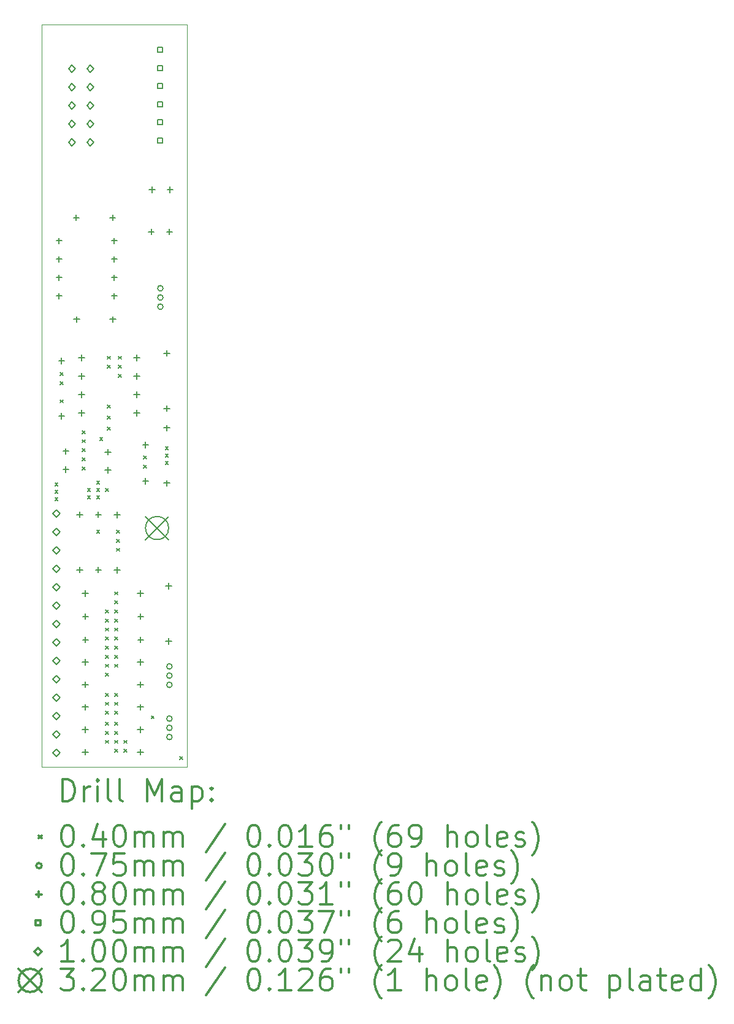
<source format=gbr>
%FSLAX45Y45*%
G04 Gerber Fmt 4.5, Leading zero omitted, Abs format (unit mm)*
G04 Created by KiCad (PCBNEW 5.1.9+dfsg1-1~bpo10+1) date 2022-01-20 02:52:55*
%MOMM*%
%LPD*%
G01*
G04 APERTURE LIST*
%TA.AperFunction,Profile*%
%ADD10C,0.050000*%
%TD*%
%ADD11C,0.200000*%
%ADD12C,0.300000*%
G04 APERTURE END LIST*
D10*
X13500000Y-15550000D02*
X13500000Y-5300000D01*
X15500000Y-15550000D02*
X13500000Y-15550000D01*
X15500000Y-5300000D02*
X15500000Y-15550000D01*
X13500000Y-5300000D02*
X15500000Y-5300000D01*
D11*
X13680000Y-11630000D02*
X13720000Y-11670000D01*
X13720000Y-11630000D02*
X13680000Y-11670000D01*
X13680000Y-11730000D02*
X13720000Y-11770000D01*
X13720000Y-11730000D02*
X13680000Y-11770000D01*
X13680000Y-11830000D02*
X13720000Y-11870000D01*
X13720000Y-11830000D02*
X13680000Y-11870000D01*
X13755000Y-10105000D02*
X13795000Y-10145000D01*
X13795000Y-10105000D02*
X13755000Y-10145000D01*
X13755000Y-10230000D02*
X13795000Y-10270000D01*
X13795000Y-10230000D02*
X13755000Y-10270000D01*
X13755000Y-10480000D02*
X13795000Y-10520000D01*
X13795000Y-10480000D02*
X13755000Y-10520000D01*
X14055000Y-10905000D02*
X14095000Y-10945000D01*
X14095000Y-10905000D02*
X14055000Y-10945000D01*
X14055000Y-11030000D02*
X14095000Y-11070000D01*
X14095000Y-11030000D02*
X14055000Y-11070000D01*
X14055000Y-11155000D02*
X14095000Y-11195000D01*
X14095000Y-11155000D02*
X14055000Y-11195000D01*
X14055000Y-11280000D02*
X14095000Y-11320000D01*
X14095000Y-11280000D02*
X14055000Y-11320000D01*
X14055000Y-11405000D02*
X14095000Y-11445000D01*
X14095000Y-11405000D02*
X14055000Y-11445000D01*
X14130000Y-11705000D02*
X14170000Y-11745000D01*
X14170000Y-11705000D02*
X14130000Y-11745000D01*
X14130000Y-11805000D02*
X14170000Y-11845000D01*
X14170000Y-11805000D02*
X14130000Y-11845000D01*
X14255000Y-11605000D02*
X14295000Y-11645000D01*
X14295000Y-11605000D02*
X14255000Y-11645000D01*
X14255000Y-11705000D02*
X14295000Y-11745000D01*
X14295000Y-11705000D02*
X14255000Y-11745000D01*
X14255000Y-11805000D02*
X14295000Y-11845000D01*
X14295000Y-11805000D02*
X14255000Y-11845000D01*
X14255000Y-12280000D02*
X14295000Y-12320000D01*
X14295000Y-12280000D02*
X14255000Y-12320000D01*
X14299000Y-10999000D02*
X14339000Y-11039000D01*
X14339000Y-10999000D02*
X14299000Y-11039000D01*
X14380000Y-11705000D02*
X14420000Y-11745000D01*
X14420000Y-11705000D02*
X14380000Y-11745000D01*
X14380000Y-13380000D02*
X14420000Y-13420000D01*
X14420000Y-13380000D02*
X14380000Y-13420000D01*
X14380000Y-13505000D02*
X14420000Y-13545000D01*
X14420000Y-13505000D02*
X14380000Y-13545000D01*
X14380000Y-13630000D02*
X14420000Y-13670000D01*
X14420000Y-13630000D02*
X14380000Y-13670000D01*
X14380000Y-13755000D02*
X14420000Y-13795000D01*
X14420000Y-13755000D02*
X14380000Y-13795000D01*
X14380000Y-13880000D02*
X14420000Y-13920000D01*
X14420000Y-13880000D02*
X14380000Y-13920000D01*
X14380000Y-14005000D02*
X14420000Y-14045000D01*
X14420000Y-14005000D02*
X14380000Y-14045000D01*
X14380000Y-14130000D02*
X14420000Y-14170000D01*
X14420000Y-14130000D02*
X14380000Y-14170000D01*
X14380000Y-14255000D02*
X14420000Y-14295000D01*
X14420000Y-14255000D02*
X14380000Y-14295000D01*
X14380000Y-14530000D02*
X14420000Y-14570000D01*
X14420000Y-14530000D02*
X14380000Y-14570000D01*
X14380000Y-14655000D02*
X14420000Y-14695000D01*
X14420000Y-14655000D02*
X14380000Y-14695000D01*
X14380000Y-14780000D02*
X14420000Y-14820000D01*
X14420000Y-14780000D02*
X14380000Y-14820000D01*
X14380000Y-14930000D02*
X14420000Y-14970000D01*
X14420000Y-14930000D02*
X14380000Y-14970000D01*
X14380000Y-15055000D02*
X14420000Y-15095000D01*
X14420000Y-15055000D02*
X14380000Y-15095000D01*
X14380000Y-15180000D02*
X14420000Y-15220000D01*
X14420000Y-15180000D02*
X14380000Y-15220000D01*
X14405000Y-9880000D02*
X14445000Y-9920000D01*
X14445000Y-9880000D02*
X14405000Y-9920000D01*
X14405000Y-10005000D02*
X14445000Y-10045000D01*
X14445000Y-10005000D02*
X14405000Y-10045000D01*
X14405000Y-10555000D02*
X14445000Y-10595000D01*
X14445000Y-10555000D02*
X14405000Y-10595000D01*
X14405000Y-10705000D02*
X14445000Y-10745000D01*
X14445000Y-10705000D02*
X14405000Y-10745000D01*
X14405000Y-10855000D02*
X14445000Y-10895000D01*
X14445000Y-10855000D02*
X14405000Y-10895000D01*
X14505000Y-13130000D02*
X14545000Y-13170000D01*
X14545000Y-13130000D02*
X14505000Y-13170000D01*
X14505000Y-13255000D02*
X14545000Y-13295000D01*
X14545000Y-13255000D02*
X14505000Y-13295000D01*
X14505000Y-13380000D02*
X14545000Y-13420000D01*
X14545000Y-13380000D02*
X14505000Y-13420000D01*
X14505000Y-13505000D02*
X14545000Y-13545000D01*
X14545000Y-13505000D02*
X14505000Y-13545000D01*
X14505000Y-13630000D02*
X14545000Y-13670000D01*
X14545000Y-13630000D02*
X14505000Y-13670000D01*
X14505000Y-13755000D02*
X14545000Y-13795000D01*
X14545000Y-13755000D02*
X14505000Y-13795000D01*
X14505000Y-13880000D02*
X14545000Y-13920000D01*
X14545000Y-13880000D02*
X14505000Y-13920000D01*
X14505000Y-14005000D02*
X14545000Y-14045000D01*
X14545000Y-14005000D02*
X14505000Y-14045000D01*
X14505000Y-14130000D02*
X14545000Y-14170000D01*
X14545000Y-14130000D02*
X14505000Y-14170000D01*
X14505000Y-14530000D02*
X14545000Y-14570000D01*
X14545000Y-14530000D02*
X14505000Y-14570000D01*
X14505000Y-14655000D02*
X14545000Y-14695000D01*
X14545000Y-14655000D02*
X14505000Y-14695000D01*
X14505000Y-14780000D02*
X14545000Y-14820000D01*
X14545000Y-14780000D02*
X14505000Y-14820000D01*
X14505000Y-14930000D02*
X14545000Y-14970000D01*
X14545000Y-14930000D02*
X14505000Y-14970000D01*
X14505000Y-15055000D02*
X14545000Y-15095000D01*
X14545000Y-15055000D02*
X14505000Y-15095000D01*
X14505000Y-15180000D02*
X14545000Y-15220000D01*
X14545000Y-15180000D02*
X14505000Y-15220000D01*
X14505000Y-15305000D02*
X14545000Y-15345000D01*
X14545000Y-15305000D02*
X14505000Y-15345000D01*
X14530000Y-12280000D02*
X14570000Y-12320000D01*
X14570000Y-12280000D02*
X14530000Y-12320000D01*
X14530000Y-12405000D02*
X14570000Y-12445000D01*
X14570000Y-12405000D02*
X14530000Y-12445000D01*
X14530000Y-12530000D02*
X14570000Y-12570000D01*
X14570000Y-12530000D02*
X14530000Y-12570000D01*
X14555000Y-9880000D02*
X14595000Y-9920000D01*
X14595000Y-9880000D02*
X14555000Y-9920000D01*
X14555000Y-10005000D02*
X14595000Y-10045000D01*
X14595000Y-10005000D02*
X14555000Y-10045000D01*
X14555000Y-10130000D02*
X14595000Y-10170000D01*
X14595000Y-10130000D02*
X14555000Y-10170000D01*
X14630000Y-15180000D02*
X14670000Y-15220000D01*
X14670000Y-15180000D02*
X14630000Y-15220000D01*
X14630000Y-15305000D02*
X14670000Y-15345000D01*
X14670000Y-15305000D02*
X14630000Y-15345000D01*
X14905000Y-11255000D02*
X14945000Y-11295000D01*
X14945000Y-11255000D02*
X14905000Y-11295000D01*
X14905000Y-11380000D02*
X14945000Y-11420000D01*
X14945000Y-11380000D02*
X14905000Y-11420000D01*
X15010000Y-14840000D02*
X15050000Y-14880000D01*
X15050000Y-14840000D02*
X15010000Y-14880000D01*
X15205000Y-11130000D02*
X15245000Y-11170000D01*
X15245000Y-11130000D02*
X15205000Y-11170000D01*
X15205000Y-11230000D02*
X15245000Y-11270000D01*
X15245000Y-11230000D02*
X15205000Y-11270000D01*
X15205000Y-11330000D02*
X15245000Y-11370000D01*
X15245000Y-11330000D02*
X15205000Y-11370000D01*
X15405000Y-15405000D02*
X15445000Y-15445000D01*
X15445000Y-15405000D02*
X15405000Y-15445000D01*
X15172500Y-8941000D02*
G75*
G03*
X15172500Y-8941000I-37500J0D01*
G01*
X15172500Y-9068000D02*
G75*
G03*
X15172500Y-9068000I-37500J0D01*
G01*
X15172500Y-9195000D02*
G75*
G03*
X15172500Y-9195000I-37500J0D01*
G01*
X15297500Y-14160000D02*
G75*
G03*
X15297500Y-14160000I-37500J0D01*
G01*
X15297500Y-14287000D02*
G75*
G03*
X15297500Y-14287000I-37500J0D01*
G01*
X15297500Y-14414000D02*
G75*
G03*
X15297500Y-14414000I-37500J0D01*
G01*
X15297500Y-14880000D02*
G75*
G03*
X15297500Y-14880000I-37500J0D01*
G01*
X15297500Y-15007000D02*
G75*
G03*
X15297500Y-15007000I-37500J0D01*
G01*
X15297500Y-15134000D02*
G75*
G03*
X15297500Y-15134000I-37500J0D01*
G01*
X13738000Y-8245000D02*
X13738000Y-8325000D01*
X13698000Y-8285000D02*
X13778000Y-8285000D01*
X13738000Y-8499000D02*
X13738000Y-8579000D01*
X13698000Y-8539000D02*
X13778000Y-8539000D01*
X13738000Y-8753000D02*
X13738000Y-8833000D01*
X13698000Y-8793000D02*
X13778000Y-8793000D01*
X13738000Y-9007000D02*
X13738000Y-9087000D01*
X13698000Y-9047000D02*
X13778000Y-9047000D01*
X13770000Y-9900000D02*
X13770000Y-9980000D01*
X13730000Y-9940000D02*
X13810000Y-9940000D01*
X13770000Y-10662000D02*
X13770000Y-10742000D01*
X13730000Y-10702000D02*
X13810000Y-10702000D01*
X13830000Y-11150000D02*
X13830000Y-11230000D01*
X13790000Y-11190000D02*
X13870000Y-11190000D01*
X13830000Y-11400000D02*
X13830000Y-11480000D01*
X13790000Y-11440000D02*
X13870000Y-11440000D01*
X13975000Y-7925000D02*
X13975000Y-8005000D01*
X13935000Y-7965000D02*
X14015000Y-7965000D01*
X13980000Y-9330000D02*
X13980000Y-9410000D01*
X13940000Y-9370000D02*
X14020000Y-9370000D01*
X14020000Y-12023000D02*
X14020000Y-12103000D01*
X13980000Y-12063000D02*
X14060000Y-12063000D01*
X14020000Y-12785000D02*
X14020000Y-12865000D01*
X13980000Y-12825000D02*
X14060000Y-12825000D01*
X14048000Y-9860000D02*
X14048000Y-9940000D01*
X14008000Y-9900000D02*
X14088000Y-9900000D01*
X14048000Y-10114000D02*
X14048000Y-10194000D01*
X14008000Y-10154000D02*
X14088000Y-10154000D01*
X14048000Y-10368000D02*
X14048000Y-10448000D01*
X14008000Y-10408000D02*
X14088000Y-10408000D01*
X14048000Y-10622000D02*
X14048000Y-10702000D01*
X14008000Y-10662000D02*
X14088000Y-10662000D01*
X14098000Y-13110000D02*
X14098000Y-13190000D01*
X14058000Y-13150000D02*
X14138000Y-13150000D01*
X14098000Y-14060000D02*
X14098000Y-14140000D01*
X14058000Y-14100000D02*
X14138000Y-14100000D01*
X14098000Y-14370000D02*
X14098000Y-14450000D01*
X14058000Y-14410000D02*
X14138000Y-14410000D01*
X14098000Y-14680000D02*
X14098000Y-14760000D01*
X14058000Y-14720000D02*
X14138000Y-14720000D01*
X14098000Y-14990000D02*
X14098000Y-15070000D01*
X14058000Y-15030000D02*
X14138000Y-15030000D01*
X14098000Y-15300000D02*
X14098000Y-15380000D01*
X14058000Y-15340000D02*
X14138000Y-15340000D01*
X14100000Y-13430000D02*
X14100000Y-13510000D01*
X14060000Y-13470000D02*
X14140000Y-13470000D01*
X14100000Y-13750000D02*
X14100000Y-13830000D01*
X14060000Y-13790000D02*
X14140000Y-13790000D01*
X14280000Y-12023000D02*
X14280000Y-12103000D01*
X14240000Y-12063000D02*
X14320000Y-12063000D01*
X14280000Y-12785000D02*
X14280000Y-12865000D01*
X14240000Y-12825000D02*
X14320000Y-12825000D01*
X14410000Y-11160000D02*
X14410000Y-11240000D01*
X14370000Y-11200000D02*
X14450000Y-11200000D01*
X14410000Y-11410000D02*
X14410000Y-11490000D01*
X14370000Y-11450000D02*
X14450000Y-11450000D01*
X14475000Y-7925000D02*
X14475000Y-8005000D01*
X14435000Y-7965000D02*
X14515000Y-7965000D01*
X14480000Y-9330000D02*
X14480000Y-9410000D01*
X14440000Y-9370000D02*
X14520000Y-9370000D01*
X14500000Y-8245000D02*
X14500000Y-8325000D01*
X14460000Y-8285000D02*
X14540000Y-8285000D01*
X14500000Y-8499000D02*
X14500000Y-8579000D01*
X14460000Y-8539000D02*
X14540000Y-8539000D01*
X14500000Y-8753000D02*
X14500000Y-8833000D01*
X14460000Y-8793000D02*
X14540000Y-8793000D01*
X14500000Y-9007000D02*
X14500000Y-9087000D01*
X14460000Y-9047000D02*
X14540000Y-9047000D01*
X14540000Y-12025000D02*
X14540000Y-12105000D01*
X14500000Y-12065000D02*
X14580000Y-12065000D01*
X14540000Y-12787000D02*
X14540000Y-12867000D01*
X14500000Y-12827000D02*
X14580000Y-12827000D01*
X14810000Y-9860000D02*
X14810000Y-9940000D01*
X14770000Y-9900000D02*
X14850000Y-9900000D01*
X14810000Y-10114000D02*
X14810000Y-10194000D01*
X14770000Y-10154000D02*
X14850000Y-10154000D01*
X14810000Y-10368000D02*
X14810000Y-10448000D01*
X14770000Y-10408000D02*
X14850000Y-10408000D01*
X14810000Y-10622000D02*
X14810000Y-10702000D01*
X14770000Y-10662000D02*
X14850000Y-10662000D01*
X14860000Y-13110000D02*
X14860000Y-13190000D01*
X14820000Y-13150000D02*
X14900000Y-13150000D01*
X14860000Y-14060000D02*
X14860000Y-14140000D01*
X14820000Y-14100000D02*
X14900000Y-14100000D01*
X14860000Y-14370000D02*
X14860000Y-14450000D01*
X14820000Y-14410000D02*
X14900000Y-14410000D01*
X14860000Y-14680000D02*
X14860000Y-14760000D01*
X14820000Y-14720000D02*
X14900000Y-14720000D01*
X14860000Y-14990000D02*
X14860000Y-15070000D01*
X14820000Y-15030000D02*
X14900000Y-15030000D01*
X14860000Y-15300000D02*
X14860000Y-15380000D01*
X14820000Y-15340000D02*
X14900000Y-15340000D01*
X14862000Y-13430000D02*
X14862000Y-13510000D01*
X14822000Y-13470000D02*
X14902000Y-13470000D01*
X14862000Y-13750000D02*
X14862000Y-13830000D01*
X14822000Y-13790000D02*
X14902000Y-13790000D01*
X14930000Y-11060000D02*
X14930000Y-11140000D01*
X14890000Y-11100000D02*
X14970000Y-11100000D01*
X14930000Y-11560000D02*
X14930000Y-11640000D01*
X14890000Y-11600000D02*
X14970000Y-11600000D01*
X15010000Y-8120000D02*
X15010000Y-8200000D01*
X14970000Y-8160000D02*
X15050000Y-8160000D01*
X15020000Y-7540000D02*
X15020000Y-7620000D01*
X14980000Y-7580000D02*
X15060000Y-7580000D01*
X15225000Y-9798000D02*
X15225000Y-9878000D01*
X15185000Y-9838000D02*
X15265000Y-9838000D01*
X15225000Y-10560000D02*
X15225000Y-10640000D01*
X15185000Y-10600000D02*
X15265000Y-10600000D01*
X15225000Y-10827500D02*
X15225000Y-10907500D01*
X15185000Y-10867500D02*
X15265000Y-10867500D01*
X15225000Y-11589500D02*
X15225000Y-11669500D01*
X15185000Y-11629500D02*
X15265000Y-11629500D01*
X15250000Y-13010000D02*
X15250000Y-13090000D01*
X15210000Y-13050000D02*
X15290000Y-13050000D01*
X15250000Y-13772000D02*
X15250000Y-13852000D01*
X15210000Y-13812000D02*
X15290000Y-13812000D01*
X15260000Y-8120000D02*
X15260000Y-8200000D01*
X15220000Y-8160000D02*
X15300000Y-8160000D01*
X15270000Y-7540000D02*
X15270000Y-7620000D01*
X15230000Y-7580000D02*
X15310000Y-7580000D01*
X15163588Y-5683588D02*
X15163588Y-5616412D01*
X15096412Y-5616412D01*
X15096412Y-5683588D01*
X15163588Y-5683588D01*
X15163588Y-5933588D02*
X15163588Y-5866412D01*
X15096412Y-5866412D01*
X15096412Y-5933588D01*
X15163588Y-5933588D01*
X15163588Y-6183588D02*
X15163588Y-6116412D01*
X15096412Y-6116412D01*
X15096412Y-6183588D01*
X15163588Y-6183588D01*
X15163588Y-6433588D02*
X15163588Y-6366412D01*
X15096412Y-6366412D01*
X15096412Y-6433588D01*
X15163588Y-6433588D01*
X15163588Y-6683588D02*
X15163588Y-6616412D01*
X15096412Y-6616412D01*
X15096412Y-6683588D01*
X15163588Y-6683588D01*
X15163588Y-6933588D02*
X15163588Y-6866412D01*
X15096412Y-6866412D01*
X15096412Y-6933588D01*
X15163588Y-6933588D01*
X13700000Y-12097000D02*
X13750000Y-12047000D01*
X13700000Y-11997000D01*
X13650000Y-12047000D01*
X13700000Y-12097000D01*
X13700000Y-12351000D02*
X13750000Y-12301000D01*
X13700000Y-12251000D01*
X13650000Y-12301000D01*
X13700000Y-12351000D01*
X13700000Y-12605000D02*
X13750000Y-12555000D01*
X13700000Y-12505000D01*
X13650000Y-12555000D01*
X13700000Y-12605000D01*
X13700000Y-12859000D02*
X13750000Y-12809000D01*
X13700000Y-12759000D01*
X13650000Y-12809000D01*
X13700000Y-12859000D01*
X13700000Y-13113000D02*
X13750000Y-13063000D01*
X13700000Y-13013000D01*
X13650000Y-13063000D01*
X13700000Y-13113000D01*
X13700000Y-13367000D02*
X13750000Y-13317000D01*
X13700000Y-13267000D01*
X13650000Y-13317000D01*
X13700000Y-13367000D01*
X13700000Y-13621000D02*
X13750000Y-13571000D01*
X13700000Y-13521000D01*
X13650000Y-13571000D01*
X13700000Y-13621000D01*
X13700000Y-13875000D02*
X13750000Y-13825000D01*
X13700000Y-13775000D01*
X13650000Y-13825000D01*
X13700000Y-13875000D01*
X13700000Y-14129000D02*
X13750000Y-14079000D01*
X13700000Y-14029000D01*
X13650000Y-14079000D01*
X13700000Y-14129000D01*
X13700000Y-14383000D02*
X13750000Y-14333000D01*
X13700000Y-14283000D01*
X13650000Y-14333000D01*
X13700000Y-14383000D01*
X13700000Y-14637000D02*
X13750000Y-14587000D01*
X13700000Y-14537000D01*
X13650000Y-14587000D01*
X13700000Y-14637000D01*
X13700000Y-14891000D02*
X13750000Y-14841000D01*
X13700000Y-14791000D01*
X13650000Y-14841000D01*
X13700000Y-14891000D01*
X13700000Y-15145000D02*
X13750000Y-15095000D01*
X13700000Y-15045000D01*
X13650000Y-15095000D01*
X13700000Y-15145000D01*
X13700000Y-15399000D02*
X13750000Y-15349000D01*
X13700000Y-15299000D01*
X13650000Y-15349000D01*
X13700000Y-15399000D01*
X13916000Y-5960000D02*
X13966000Y-5910000D01*
X13916000Y-5860000D01*
X13866000Y-5910000D01*
X13916000Y-5960000D01*
X13916000Y-6214000D02*
X13966000Y-6164000D01*
X13916000Y-6114000D01*
X13866000Y-6164000D01*
X13916000Y-6214000D01*
X13916000Y-6468000D02*
X13966000Y-6418000D01*
X13916000Y-6368000D01*
X13866000Y-6418000D01*
X13916000Y-6468000D01*
X13916000Y-6722000D02*
X13966000Y-6672000D01*
X13916000Y-6622000D01*
X13866000Y-6672000D01*
X13916000Y-6722000D01*
X13916000Y-6976000D02*
X13966000Y-6926000D01*
X13916000Y-6876000D01*
X13866000Y-6926000D01*
X13916000Y-6976000D01*
X14170000Y-5960000D02*
X14220000Y-5910000D01*
X14170000Y-5860000D01*
X14120000Y-5910000D01*
X14170000Y-5960000D01*
X14170000Y-6214000D02*
X14220000Y-6164000D01*
X14170000Y-6114000D01*
X14120000Y-6164000D01*
X14170000Y-6214000D01*
X14170000Y-6468000D02*
X14220000Y-6418000D01*
X14170000Y-6368000D01*
X14120000Y-6418000D01*
X14170000Y-6468000D01*
X14170000Y-6722000D02*
X14220000Y-6672000D01*
X14170000Y-6622000D01*
X14120000Y-6672000D01*
X14170000Y-6722000D01*
X14170000Y-6976000D02*
X14220000Y-6926000D01*
X14170000Y-6876000D01*
X14120000Y-6926000D01*
X14170000Y-6976000D01*
X14930000Y-12090000D02*
X15250000Y-12410000D01*
X15250000Y-12090000D02*
X14930000Y-12410000D01*
X15250000Y-12250000D02*
G75*
G03*
X15250000Y-12250000I-160000J0D01*
G01*
D12*
X13783928Y-16018214D02*
X13783928Y-15718214D01*
X13855357Y-15718214D01*
X13898214Y-15732500D01*
X13926786Y-15761071D01*
X13941071Y-15789643D01*
X13955357Y-15846786D01*
X13955357Y-15889643D01*
X13941071Y-15946786D01*
X13926786Y-15975357D01*
X13898214Y-16003929D01*
X13855357Y-16018214D01*
X13783928Y-16018214D01*
X14083928Y-16018214D02*
X14083928Y-15818214D01*
X14083928Y-15875357D02*
X14098214Y-15846786D01*
X14112500Y-15832500D01*
X14141071Y-15818214D01*
X14169643Y-15818214D01*
X14269643Y-16018214D02*
X14269643Y-15818214D01*
X14269643Y-15718214D02*
X14255357Y-15732500D01*
X14269643Y-15746786D01*
X14283928Y-15732500D01*
X14269643Y-15718214D01*
X14269643Y-15746786D01*
X14455357Y-16018214D02*
X14426786Y-16003929D01*
X14412500Y-15975357D01*
X14412500Y-15718214D01*
X14612500Y-16018214D02*
X14583928Y-16003929D01*
X14569643Y-15975357D01*
X14569643Y-15718214D01*
X14955357Y-16018214D02*
X14955357Y-15718214D01*
X15055357Y-15932500D01*
X15155357Y-15718214D01*
X15155357Y-16018214D01*
X15426786Y-16018214D02*
X15426786Y-15861071D01*
X15412500Y-15832500D01*
X15383928Y-15818214D01*
X15326786Y-15818214D01*
X15298214Y-15832500D01*
X15426786Y-16003929D02*
X15398214Y-16018214D01*
X15326786Y-16018214D01*
X15298214Y-16003929D01*
X15283928Y-15975357D01*
X15283928Y-15946786D01*
X15298214Y-15918214D01*
X15326786Y-15903929D01*
X15398214Y-15903929D01*
X15426786Y-15889643D01*
X15569643Y-15818214D02*
X15569643Y-16118214D01*
X15569643Y-15832500D02*
X15598214Y-15818214D01*
X15655357Y-15818214D01*
X15683928Y-15832500D01*
X15698214Y-15846786D01*
X15712500Y-15875357D01*
X15712500Y-15961071D01*
X15698214Y-15989643D01*
X15683928Y-16003929D01*
X15655357Y-16018214D01*
X15598214Y-16018214D01*
X15569643Y-16003929D01*
X15841071Y-15989643D02*
X15855357Y-16003929D01*
X15841071Y-16018214D01*
X15826786Y-16003929D01*
X15841071Y-15989643D01*
X15841071Y-16018214D01*
X15841071Y-15832500D02*
X15855357Y-15846786D01*
X15841071Y-15861071D01*
X15826786Y-15846786D01*
X15841071Y-15832500D01*
X15841071Y-15861071D01*
X13457500Y-16492500D02*
X13497500Y-16532500D01*
X13497500Y-16492500D02*
X13457500Y-16532500D01*
X13841071Y-16348214D02*
X13869643Y-16348214D01*
X13898214Y-16362500D01*
X13912500Y-16376786D01*
X13926786Y-16405357D01*
X13941071Y-16462500D01*
X13941071Y-16533929D01*
X13926786Y-16591071D01*
X13912500Y-16619643D01*
X13898214Y-16633929D01*
X13869643Y-16648214D01*
X13841071Y-16648214D01*
X13812500Y-16633929D01*
X13798214Y-16619643D01*
X13783928Y-16591071D01*
X13769643Y-16533929D01*
X13769643Y-16462500D01*
X13783928Y-16405357D01*
X13798214Y-16376786D01*
X13812500Y-16362500D01*
X13841071Y-16348214D01*
X14069643Y-16619643D02*
X14083928Y-16633929D01*
X14069643Y-16648214D01*
X14055357Y-16633929D01*
X14069643Y-16619643D01*
X14069643Y-16648214D01*
X14341071Y-16448214D02*
X14341071Y-16648214D01*
X14269643Y-16333929D02*
X14198214Y-16548214D01*
X14383928Y-16548214D01*
X14555357Y-16348214D02*
X14583928Y-16348214D01*
X14612500Y-16362500D01*
X14626786Y-16376786D01*
X14641071Y-16405357D01*
X14655357Y-16462500D01*
X14655357Y-16533929D01*
X14641071Y-16591071D01*
X14626786Y-16619643D01*
X14612500Y-16633929D01*
X14583928Y-16648214D01*
X14555357Y-16648214D01*
X14526786Y-16633929D01*
X14512500Y-16619643D01*
X14498214Y-16591071D01*
X14483928Y-16533929D01*
X14483928Y-16462500D01*
X14498214Y-16405357D01*
X14512500Y-16376786D01*
X14526786Y-16362500D01*
X14555357Y-16348214D01*
X14783928Y-16648214D02*
X14783928Y-16448214D01*
X14783928Y-16476786D02*
X14798214Y-16462500D01*
X14826786Y-16448214D01*
X14869643Y-16448214D01*
X14898214Y-16462500D01*
X14912500Y-16491071D01*
X14912500Y-16648214D01*
X14912500Y-16491071D02*
X14926786Y-16462500D01*
X14955357Y-16448214D01*
X14998214Y-16448214D01*
X15026786Y-16462500D01*
X15041071Y-16491071D01*
X15041071Y-16648214D01*
X15183928Y-16648214D02*
X15183928Y-16448214D01*
X15183928Y-16476786D02*
X15198214Y-16462500D01*
X15226786Y-16448214D01*
X15269643Y-16448214D01*
X15298214Y-16462500D01*
X15312500Y-16491071D01*
X15312500Y-16648214D01*
X15312500Y-16491071D02*
X15326786Y-16462500D01*
X15355357Y-16448214D01*
X15398214Y-16448214D01*
X15426786Y-16462500D01*
X15441071Y-16491071D01*
X15441071Y-16648214D01*
X16026786Y-16333929D02*
X15769643Y-16719643D01*
X16412500Y-16348214D02*
X16441071Y-16348214D01*
X16469643Y-16362500D01*
X16483928Y-16376786D01*
X16498214Y-16405357D01*
X16512500Y-16462500D01*
X16512500Y-16533929D01*
X16498214Y-16591071D01*
X16483928Y-16619643D01*
X16469643Y-16633929D01*
X16441071Y-16648214D01*
X16412500Y-16648214D01*
X16383928Y-16633929D01*
X16369643Y-16619643D01*
X16355357Y-16591071D01*
X16341071Y-16533929D01*
X16341071Y-16462500D01*
X16355357Y-16405357D01*
X16369643Y-16376786D01*
X16383928Y-16362500D01*
X16412500Y-16348214D01*
X16641071Y-16619643D02*
X16655357Y-16633929D01*
X16641071Y-16648214D01*
X16626786Y-16633929D01*
X16641071Y-16619643D01*
X16641071Y-16648214D01*
X16841071Y-16348214D02*
X16869643Y-16348214D01*
X16898214Y-16362500D01*
X16912500Y-16376786D01*
X16926786Y-16405357D01*
X16941071Y-16462500D01*
X16941071Y-16533929D01*
X16926786Y-16591071D01*
X16912500Y-16619643D01*
X16898214Y-16633929D01*
X16869643Y-16648214D01*
X16841071Y-16648214D01*
X16812500Y-16633929D01*
X16798214Y-16619643D01*
X16783928Y-16591071D01*
X16769643Y-16533929D01*
X16769643Y-16462500D01*
X16783928Y-16405357D01*
X16798214Y-16376786D01*
X16812500Y-16362500D01*
X16841071Y-16348214D01*
X17226786Y-16648214D02*
X17055357Y-16648214D01*
X17141071Y-16648214D02*
X17141071Y-16348214D01*
X17112500Y-16391071D01*
X17083928Y-16419643D01*
X17055357Y-16433929D01*
X17483928Y-16348214D02*
X17426786Y-16348214D01*
X17398214Y-16362500D01*
X17383928Y-16376786D01*
X17355357Y-16419643D01*
X17341071Y-16476786D01*
X17341071Y-16591071D01*
X17355357Y-16619643D01*
X17369643Y-16633929D01*
X17398214Y-16648214D01*
X17455357Y-16648214D01*
X17483928Y-16633929D01*
X17498214Y-16619643D01*
X17512500Y-16591071D01*
X17512500Y-16519643D01*
X17498214Y-16491071D01*
X17483928Y-16476786D01*
X17455357Y-16462500D01*
X17398214Y-16462500D01*
X17369643Y-16476786D01*
X17355357Y-16491071D01*
X17341071Y-16519643D01*
X17626786Y-16348214D02*
X17626786Y-16405357D01*
X17741071Y-16348214D02*
X17741071Y-16405357D01*
X18183928Y-16762500D02*
X18169643Y-16748214D01*
X18141071Y-16705357D01*
X18126786Y-16676786D01*
X18112500Y-16633929D01*
X18098214Y-16562500D01*
X18098214Y-16505357D01*
X18112500Y-16433929D01*
X18126786Y-16391071D01*
X18141071Y-16362500D01*
X18169643Y-16319643D01*
X18183928Y-16305357D01*
X18426786Y-16348214D02*
X18369643Y-16348214D01*
X18341071Y-16362500D01*
X18326786Y-16376786D01*
X18298214Y-16419643D01*
X18283928Y-16476786D01*
X18283928Y-16591071D01*
X18298214Y-16619643D01*
X18312500Y-16633929D01*
X18341071Y-16648214D01*
X18398214Y-16648214D01*
X18426786Y-16633929D01*
X18441071Y-16619643D01*
X18455357Y-16591071D01*
X18455357Y-16519643D01*
X18441071Y-16491071D01*
X18426786Y-16476786D01*
X18398214Y-16462500D01*
X18341071Y-16462500D01*
X18312500Y-16476786D01*
X18298214Y-16491071D01*
X18283928Y-16519643D01*
X18598214Y-16648214D02*
X18655357Y-16648214D01*
X18683928Y-16633929D01*
X18698214Y-16619643D01*
X18726786Y-16576786D01*
X18741071Y-16519643D01*
X18741071Y-16405357D01*
X18726786Y-16376786D01*
X18712500Y-16362500D01*
X18683928Y-16348214D01*
X18626786Y-16348214D01*
X18598214Y-16362500D01*
X18583928Y-16376786D01*
X18569643Y-16405357D01*
X18569643Y-16476786D01*
X18583928Y-16505357D01*
X18598214Y-16519643D01*
X18626786Y-16533929D01*
X18683928Y-16533929D01*
X18712500Y-16519643D01*
X18726786Y-16505357D01*
X18741071Y-16476786D01*
X19098214Y-16648214D02*
X19098214Y-16348214D01*
X19226786Y-16648214D02*
X19226786Y-16491071D01*
X19212500Y-16462500D01*
X19183928Y-16448214D01*
X19141071Y-16448214D01*
X19112500Y-16462500D01*
X19098214Y-16476786D01*
X19412500Y-16648214D02*
X19383928Y-16633929D01*
X19369643Y-16619643D01*
X19355357Y-16591071D01*
X19355357Y-16505357D01*
X19369643Y-16476786D01*
X19383928Y-16462500D01*
X19412500Y-16448214D01*
X19455357Y-16448214D01*
X19483928Y-16462500D01*
X19498214Y-16476786D01*
X19512500Y-16505357D01*
X19512500Y-16591071D01*
X19498214Y-16619643D01*
X19483928Y-16633929D01*
X19455357Y-16648214D01*
X19412500Y-16648214D01*
X19683928Y-16648214D02*
X19655357Y-16633929D01*
X19641071Y-16605357D01*
X19641071Y-16348214D01*
X19912500Y-16633929D02*
X19883928Y-16648214D01*
X19826786Y-16648214D01*
X19798214Y-16633929D01*
X19783928Y-16605357D01*
X19783928Y-16491071D01*
X19798214Y-16462500D01*
X19826786Y-16448214D01*
X19883928Y-16448214D01*
X19912500Y-16462500D01*
X19926786Y-16491071D01*
X19926786Y-16519643D01*
X19783928Y-16548214D01*
X20041071Y-16633929D02*
X20069643Y-16648214D01*
X20126786Y-16648214D01*
X20155357Y-16633929D01*
X20169643Y-16605357D01*
X20169643Y-16591071D01*
X20155357Y-16562500D01*
X20126786Y-16548214D01*
X20083928Y-16548214D01*
X20055357Y-16533929D01*
X20041071Y-16505357D01*
X20041071Y-16491071D01*
X20055357Y-16462500D01*
X20083928Y-16448214D01*
X20126786Y-16448214D01*
X20155357Y-16462500D01*
X20269643Y-16762500D02*
X20283928Y-16748214D01*
X20312500Y-16705357D01*
X20326786Y-16676786D01*
X20341071Y-16633929D01*
X20355357Y-16562500D01*
X20355357Y-16505357D01*
X20341071Y-16433929D01*
X20326786Y-16391071D01*
X20312500Y-16362500D01*
X20283928Y-16319643D01*
X20269643Y-16305357D01*
X13497500Y-16908500D02*
G75*
G03*
X13497500Y-16908500I-37500J0D01*
G01*
X13841071Y-16744214D02*
X13869643Y-16744214D01*
X13898214Y-16758500D01*
X13912500Y-16772786D01*
X13926786Y-16801357D01*
X13941071Y-16858500D01*
X13941071Y-16929929D01*
X13926786Y-16987072D01*
X13912500Y-17015643D01*
X13898214Y-17029929D01*
X13869643Y-17044214D01*
X13841071Y-17044214D01*
X13812500Y-17029929D01*
X13798214Y-17015643D01*
X13783928Y-16987072D01*
X13769643Y-16929929D01*
X13769643Y-16858500D01*
X13783928Y-16801357D01*
X13798214Y-16772786D01*
X13812500Y-16758500D01*
X13841071Y-16744214D01*
X14069643Y-17015643D02*
X14083928Y-17029929D01*
X14069643Y-17044214D01*
X14055357Y-17029929D01*
X14069643Y-17015643D01*
X14069643Y-17044214D01*
X14183928Y-16744214D02*
X14383928Y-16744214D01*
X14255357Y-17044214D01*
X14641071Y-16744214D02*
X14498214Y-16744214D01*
X14483928Y-16887072D01*
X14498214Y-16872786D01*
X14526786Y-16858500D01*
X14598214Y-16858500D01*
X14626786Y-16872786D01*
X14641071Y-16887072D01*
X14655357Y-16915643D01*
X14655357Y-16987072D01*
X14641071Y-17015643D01*
X14626786Y-17029929D01*
X14598214Y-17044214D01*
X14526786Y-17044214D01*
X14498214Y-17029929D01*
X14483928Y-17015643D01*
X14783928Y-17044214D02*
X14783928Y-16844214D01*
X14783928Y-16872786D02*
X14798214Y-16858500D01*
X14826786Y-16844214D01*
X14869643Y-16844214D01*
X14898214Y-16858500D01*
X14912500Y-16887072D01*
X14912500Y-17044214D01*
X14912500Y-16887072D02*
X14926786Y-16858500D01*
X14955357Y-16844214D01*
X14998214Y-16844214D01*
X15026786Y-16858500D01*
X15041071Y-16887072D01*
X15041071Y-17044214D01*
X15183928Y-17044214D02*
X15183928Y-16844214D01*
X15183928Y-16872786D02*
X15198214Y-16858500D01*
X15226786Y-16844214D01*
X15269643Y-16844214D01*
X15298214Y-16858500D01*
X15312500Y-16887072D01*
X15312500Y-17044214D01*
X15312500Y-16887072D02*
X15326786Y-16858500D01*
X15355357Y-16844214D01*
X15398214Y-16844214D01*
X15426786Y-16858500D01*
X15441071Y-16887072D01*
X15441071Y-17044214D01*
X16026786Y-16729929D02*
X15769643Y-17115643D01*
X16412500Y-16744214D02*
X16441071Y-16744214D01*
X16469643Y-16758500D01*
X16483928Y-16772786D01*
X16498214Y-16801357D01*
X16512500Y-16858500D01*
X16512500Y-16929929D01*
X16498214Y-16987072D01*
X16483928Y-17015643D01*
X16469643Y-17029929D01*
X16441071Y-17044214D01*
X16412500Y-17044214D01*
X16383928Y-17029929D01*
X16369643Y-17015643D01*
X16355357Y-16987072D01*
X16341071Y-16929929D01*
X16341071Y-16858500D01*
X16355357Y-16801357D01*
X16369643Y-16772786D01*
X16383928Y-16758500D01*
X16412500Y-16744214D01*
X16641071Y-17015643D02*
X16655357Y-17029929D01*
X16641071Y-17044214D01*
X16626786Y-17029929D01*
X16641071Y-17015643D01*
X16641071Y-17044214D01*
X16841071Y-16744214D02*
X16869643Y-16744214D01*
X16898214Y-16758500D01*
X16912500Y-16772786D01*
X16926786Y-16801357D01*
X16941071Y-16858500D01*
X16941071Y-16929929D01*
X16926786Y-16987072D01*
X16912500Y-17015643D01*
X16898214Y-17029929D01*
X16869643Y-17044214D01*
X16841071Y-17044214D01*
X16812500Y-17029929D01*
X16798214Y-17015643D01*
X16783928Y-16987072D01*
X16769643Y-16929929D01*
X16769643Y-16858500D01*
X16783928Y-16801357D01*
X16798214Y-16772786D01*
X16812500Y-16758500D01*
X16841071Y-16744214D01*
X17041071Y-16744214D02*
X17226786Y-16744214D01*
X17126786Y-16858500D01*
X17169643Y-16858500D01*
X17198214Y-16872786D01*
X17212500Y-16887072D01*
X17226786Y-16915643D01*
X17226786Y-16987072D01*
X17212500Y-17015643D01*
X17198214Y-17029929D01*
X17169643Y-17044214D01*
X17083928Y-17044214D01*
X17055357Y-17029929D01*
X17041071Y-17015643D01*
X17412500Y-16744214D02*
X17441071Y-16744214D01*
X17469643Y-16758500D01*
X17483928Y-16772786D01*
X17498214Y-16801357D01*
X17512500Y-16858500D01*
X17512500Y-16929929D01*
X17498214Y-16987072D01*
X17483928Y-17015643D01*
X17469643Y-17029929D01*
X17441071Y-17044214D01*
X17412500Y-17044214D01*
X17383928Y-17029929D01*
X17369643Y-17015643D01*
X17355357Y-16987072D01*
X17341071Y-16929929D01*
X17341071Y-16858500D01*
X17355357Y-16801357D01*
X17369643Y-16772786D01*
X17383928Y-16758500D01*
X17412500Y-16744214D01*
X17626786Y-16744214D02*
X17626786Y-16801357D01*
X17741071Y-16744214D02*
X17741071Y-16801357D01*
X18183928Y-17158500D02*
X18169643Y-17144214D01*
X18141071Y-17101357D01*
X18126786Y-17072786D01*
X18112500Y-17029929D01*
X18098214Y-16958500D01*
X18098214Y-16901357D01*
X18112500Y-16829929D01*
X18126786Y-16787072D01*
X18141071Y-16758500D01*
X18169643Y-16715643D01*
X18183928Y-16701357D01*
X18312500Y-17044214D02*
X18369643Y-17044214D01*
X18398214Y-17029929D01*
X18412500Y-17015643D01*
X18441071Y-16972786D01*
X18455357Y-16915643D01*
X18455357Y-16801357D01*
X18441071Y-16772786D01*
X18426786Y-16758500D01*
X18398214Y-16744214D01*
X18341071Y-16744214D01*
X18312500Y-16758500D01*
X18298214Y-16772786D01*
X18283928Y-16801357D01*
X18283928Y-16872786D01*
X18298214Y-16901357D01*
X18312500Y-16915643D01*
X18341071Y-16929929D01*
X18398214Y-16929929D01*
X18426786Y-16915643D01*
X18441071Y-16901357D01*
X18455357Y-16872786D01*
X18812500Y-17044214D02*
X18812500Y-16744214D01*
X18941071Y-17044214D02*
X18941071Y-16887072D01*
X18926786Y-16858500D01*
X18898214Y-16844214D01*
X18855357Y-16844214D01*
X18826786Y-16858500D01*
X18812500Y-16872786D01*
X19126786Y-17044214D02*
X19098214Y-17029929D01*
X19083928Y-17015643D01*
X19069643Y-16987072D01*
X19069643Y-16901357D01*
X19083928Y-16872786D01*
X19098214Y-16858500D01*
X19126786Y-16844214D01*
X19169643Y-16844214D01*
X19198214Y-16858500D01*
X19212500Y-16872786D01*
X19226786Y-16901357D01*
X19226786Y-16987072D01*
X19212500Y-17015643D01*
X19198214Y-17029929D01*
X19169643Y-17044214D01*
X19126786Y-17044214D01*
X19398214Y-17044214D02*
X19369643Y-17029929D01*
X19355357Y-17001357D01*
X19355357Y-16744214D01*
X19626786Y-17029929D02*
X19598214Y-17044214D01*
X19541071Y-17044214D01*
X19512500Y-17029929D01*
X19498214Y-17001357D01*
X19498214Y-16887072D01*
X19512500Y-16858500D01*
X19541071Y-16844214D01*
X19598214Y-16844214D01*
X19626786Y-16858500D01*
X19641071Y-16887072D01*
X19641071Y-16915643D01*
X19498214Y-16944214D01*
X19755357Y-17029929D02*
X19783928Y-17044214D01*
X19841071Y-17044214D01*
X19869643Y-17029929D01*
X19883928Y-17001357D01*
X19883928Y-16987072D01*
X19869643Y-16958500D01*
X19841071Y-16944214D01*
X19798214Y-16944214D01*
X19769643Y-16929929D01*
X19755357Y-16901357D01*
X19755357Y-16887072D01*
X19769643Y-16858500D01*
X19798214Y-16844214D01*
X19841071Y-16844214D01*
X19869643Y-16858500D01*
X19983928Y-17158500D02*
X19998214Y-17144214D01*
X20026786Y-17101357D01*
X20041071Y-17072786D01*
X20055357Y-17029929D01*
X20069643Y-16958500D01*
X20069643Y-16901357D01*
X20055357Y-16829929D01*
X20041071Y-16787072D01*
X20026786Y-16758500D01*
X19998214Y-16715643D01*
X19983928Y-16701357D01*
X13457500Y-17264500D02*
X13457500Y-17344500D01*
X13417500Y-17304500D02*
X13497500Y-17304500D01*
X13841071Y-17140214D02*
X13869643Y-17140214D01*
X13898214Y-17154500D01*
X13912500Y-17168786D01*
X13926786Y-17197357D01*
X13941071Y-17254500D01*
X13941071Y-17325929D01*
X13926786Y-17383072D01*
X13912500Y-17411643D01*
X13898214Y-17425929D01*
X13869643Y-17440214D01*
X13841071Y-17440214D01*
X13812500Y-17425929D01*
X13798214Y-17411643D01*
X13783928Y-17383072D01*
X13769643Y-17325929D01*
X13769643Y-17254500D01*
X13783928Y-17197357D01*
X13798214Y-17168786D01*
X13812500Y-17154500D01*
X13841071Y-17140214D01*
X14069643Y-17411643D02*
X14083928Y-17425929D01*
X14069643Y-17440214D01*
X14055357Y-17425929D01*
X14069643Y-17411643D01*
X14069643Y-17440214D01*
X14255357Y-17268786D02*
X14226786Y-17254500D01*
X14212500Y-17240214D01*
X14198214Y-17211643D01*
X14198214Y-17197357D01*
X14212500Y-17168786D01*
X14226786Y-17154500D01*
X14255357Y-17140214D01*
X14312500Y-17140214D01*
X14341071Y-17154500D01*
X14355357Y-17168786D01*
X14369643Y-17197357D01*
X14369643Y-17211643D01*
X14355357Y-17240214D01*
X14341071Y-17254500D01*
X14312500Y-17268786D01*
X14255357Y-17268786D01*
X14226786Y-17283072D01*
X14212500Y-17297357D01*
X14198214Y-17325929D01*
X14198214Y-17383072D01*
X14212500Y-17411643D01*
X14226786Y-17425929D01*
X14255357Y-17440214D01*
X14312500Y-17440214D01*
X14341071Y-17425929D01*
X14355357Y-17411643D01*
X14369643Y-17383072D01*
X14369643Y-17325929D01*
X14355357Y-17297357D01*
X14341071Y-17283072D01*
X14312500Y-17268786D01*
X14555357Y-17140214D02*
X14583928Y-17140214D01*
X14612500Y-17154500D01*
X14626786Y-17168786D01*
X14641071Y-17197357D01*
X14655357Y-17254500D01*
X14655357Y-17325929D01*
X14641071Y-17383072D01*
X14626786Y-17411643D01*
X14612500Y-17425929D01*
X14583928Y-17440214D01*
X14555357Y-17440214D01*
X14526786Y-17425929D01*
X14512500Y-17411643D01*
X14498214Y-17383072D01*
X14483928Y-17325929D01*
X14483928Y-17254500D01*
X14498214Y-17197357D01*
X14512500Y-17168786D01*
X14526786Y-17154500D01*
X14555357Y-17140214D01*
X14783928Y-17440214D02*
X14783928Y-17240214D01*
X14783928Y-17268786D02*
X14798214Y-17254500D01*
X14826786Y-17240214D01*
X14869643Y-17240214D01*
X14898214Y-17254500D01*
X14912500Y-17283072D01*
X14912500Y-17440214D01*
X14912500Y-17283072D02*
X14926786Y-17254500D01*
X14955357Y-17240214D01*
X14998214Y-17240214D01*
X15026786Y-17254500D01*
X15041071Y-17283072D01*
X15041071Y-17440214D01*
X15183928Y-17440214D02*
X15183928Y-17240214D01*
X15183928Y-17268786D02*
X15198214Y-17254500D01*
X15226786Y-17240214D01*
X15269643Y-17240214D01*
X15298214Y-17254500D01*
X15312500Y-17283072D01*
X15312500Y-17440214D01*
X15312500Y-17283072D02*
X15326786Y-17254500D01*
X15355357Y-17240214D01*
X15398214Y-17240214D01*
X15426786Y-17254500D01*
X15441071Y-17283072D01*
X15441071Y-17440214D01*
X16026786Y-17125929D02*
X15769643Y-17511643D01*
X16412500Y-17140214D02*
X16441071Y-17140214D01*
X16469643Y-17154500D01*
X16483928Y-17168786D01*
X16498214Y-17197357D01*
X16512500Y-17254500D01*
X16512500Y-17325929D01*
X16498214Y-17383072D01*
X16483928Y-17411643D01*
X16469643Y-17425929D01*
X16441071Y-17440214D01*
X16412500Y-17440214D01*
X16383928Y-17425929D01*
X16369643Y-17411643D01*
X16355357Y-17383072D01*
X16341071Y-17325929D01*
X16341071Y-17254500D01*
X16355357Y-17197357D01*
X16369643Y-17168786D01*
X16383928Y-17154500D01*
X16412500Y-17140214D01*
X16641071Y-17411643D02*
X16655357Y-17425929D01*
X16641071Y-17440214D01*
X16626786Y-17425929D01*
X16641071Y-17411643D01*
X16641071Y-17440214D01*
X16841071Y-17140214D02*
X16869643Y-17140214D01*
X16898214Y-17154500D01*
X16912500Y-17168786D01*
X16926786Y-17197357D01*
X16941071Y-17254500D01*
X16941071Y-17325929D01*
X16926786Y-17383072D01*
X16912500Y-17411643D01*
X16898214Y-17425929D01*
X16869643Y-17440214D01*
X16841071Y-17440214D01*
X16812500Y-17425929D01*
X16798214Y-17411643D01*
X16783928Y-17383072D01*
X16769643Y-17325929D01*
X16769643Y-17254500D01*
X16783928Y-17197357D01*
X16798214Y-17168786D01*
X16812500Y-17154500D01*
X16841071Y-17140214D01*
X17041071Y-17140214D02*
X17226786Y-17140214D01*
X17126786Y-17254500D01*
X17169643Y-17254500D01*
X17198214Y-17268786D01*
X17212500Y-17283072D01*
X17226786Y-17311643D01*
X17226786Y-17383072D01*
X17212500Y-17411643D01*
X17198214Y-17425929D01*
X17169643Y-17440214D01*
X17083928Y-17440214D01*
X17055357Y-17425929D01*
X17041071Y-17411643D01*
X17512500Y-17440214D02*
X17341071Y-17440214D01*
X17426786Y-17440214D02*
X17426786Y-17140214D01*
X17398214Y-17183072D01*
X17369643Y-17211643D01*
X17341071Y-17225929D01*
X17626786Y-17140214D02*
X17626786Y-17197357D01*
X17741071Y-17140214D02*
X17741071Y-17197357D01*
X18183928Y-17554500D02*
X18169643Y-17540214D01*
X18141071Y-17497357D01*
X18126786Y-17468786D01*
X18112500Y-17425929D01*
X18098214Y-17354500D01*
X18098214Y-17297357D01*
X18112500Y-17225929D01*
X18126786Y-17183072D01*
X18141071Y-17154500D01*
X18169643Y-17111643D01*
X18183928Y-17097357D01*
X18426786Y-17140214D02*
X18369643Y-17140214D01*
X18341071Y-17154500D01*
X18326786Y-17168786D01*
X18298214Y-17211643D01*
X18283928Y-17268786D01*
X18283928Y-17383072D01*
X18298214Y-17411643D01*
X18312500Y-17425929D01*
X18341071Y-17440214D01*
X18398214Y-17440214D01*
X18426786Y-17425929D01*
X18441071Y-17411643D01*
X18455357Y-17383072D01*
X18455357Y-17311643D01*
X18441071Y-17283072D01*
X18426786Y-17268786D01*
X18398214Y-17254500D01*
X18341071Y-17254500D01*
X18312500Y-17268786D01*
X18298214Y-17283072D01*
X18283928Y-17311643D01*
X18641071Y-17140214D02*
X18669643Y-17140214D01*
X18698214Y-17154500D01*
X18712500Y-17168786D01*
X18726786Y-17197357D01*
X18741071Y-17254500D01*
X18741071Y-17325929D01*
X18726786Y-17383072D01*
X18712500Y-17411643D01*
X18698214Y-17425929D01*
X18669643Y-17440214D01*
X18641071Y-17440214D01*
X18612500Y-17425929D01*
X18598214Y-17411643D01*
X18583928Y-17383072D01*
X18569643Y-17325929D01*
X18569643Y-17254500D01*
X18583928Y-17197357D01*
X18598214Y-17168786D01*
X18612500Y-17154500D01*
X18641071Y-17140214D01*
X19098214Y-17440214D02*
X19098214Y-17140214D01*
X19226786Y-17440214D02*
X19226786Y-17283072D01*
X19212500Y-17254500D01*
X19183928Y-17240214D01*
X19141071Y-17240214D01*
X19112500Y-17254500D01*
X19098214Y-17268786D01*
X19412500Y-17440214D02*
X19383928Y-17425929D01*
X19369643Y-17411643D01*
X19355357Y-17383072D01*
X19355357Y-17297357D01*
X19369643Y-17268786D01*
X19383928Y-17254500D01*
X19412500Y-17240214D01*
X19455357Y-17240214D01*
X19483928Y-17254500D01*
X19498214Y-17268786D01*
X19512500Y-17297357D01*
X19512500Y-17383072D01*
X19498214Y-17411643D01*
X19483928Y-17425929D01*
X19455357Y-17440214D01*
X19412500Y-17440214D01*
X19683928Y-17440214D02*
X19655357Y-17425929D01*
X19641071Y-17397357D01*
X19641071Y-17140214D01*
X19912500Y-17425929D02*
X19883928Y-17440214D01*
X19826786Y-17440214D01*
X19798214Y-17425929D01*
X19783928Y-17397357D01*
X19783928Y-17283072D01*
X19798214Y-17254500D01*
X19826786Y-17240214D01*
X19883928Y-17240214D01*
X19912500Y-17254500D01*
X19926786Y-17283072D01*
X19926786Y-17311643D01*
X19783928Y-17340214D01*
X20041071Y-17425929D02*
X20069643Y-17440214D01*
X20126786Y-17440214D01*
X20155357Y-17425929D01*
X20169643Y-17397357D01*
X20169643Y-17383072D01*
X20155357Y-17354500D01*
X20126786Y-17340214D01*
X20083928Y-17340214D01*
X20055357Y-17325929D01*
X20041071Y-17297357D01*
X20041071Y-17283072D01*
X20055357Y-17254500D01*
X20083928Y-17240214D01*
X20126786Y-17240214D01*
X20155357Y-17254500D01*
X20269643Y-17554500D02*
X20283928Y-17540214D01*
X20312500Y-17497357D01*
X20326786Y-17468786D01*
X20341071Y-17425929D01*
X20355357Y-17354500D01*
X20355357Y-17297357D01*
X20341071Y-17225929D01*
X20326786Y-17183072D01*
X20312500Y-17154500D01*
X20283928Y-17111643D01*
X20269643Y-17097357D01*
X13483588Y-17734088D02*
X13483588Y-17666912D01*
X13416412Y-17666912D01*
X13416412Y-17734088D01*
X13483588Y-17734088D01*
X13841071Y-17536214D02*
X13869643Y-17536214D01*
X13898214Y-17550500D01*
X13912500Y-17564786D01*
X13926786Y-17593357D01*
X13941071Y-17650500D01*
X13941071Y-17721929D01*
X13926786Y-17779072D01*
X13912500Y-17807643D01*
X13898214Y-17821929D01*
X13869643Y-17836214D01*
X13841071Y-17836214D01*
X13812500Y-17821929D01*
X13798214Y-17807643D01*
X13783928Y-17779072D01*
X13769643Y-17721929D01*
X13769643Y-17650500D01*
X13783928Y-17593357D01*
X13798214Y-17564786D01*
X13812500Y-17550500D01*
X13841071Y-17536214D01*
X14069643Y-17807643D02*
X14083928Y-17821929D01*
X14069643Y-17836214D01*
X14055357Y-17821929D01*
X14069643Y-17807643D01*
X14069643Y-17836214D01*
X14226786Y-17836214D02*
X14283928Y-17836214D01*
X14312500Y-17821929D01*
X14326786Y-17807643D01*
X14355357Y-17764786D01*
X14369643Y-17707643D01*
X14369643Y-17593357D01*
X14355357Y-17564786D01*
X14341071Y-17550500D01*
X14312500Y-17536214D01*
X14255357Y-17536214D01*
X14226786Y-17550500D01*
X14212500Y-17564786D01*
X14198214Y-17593357D01*
X14198214Y-17664786D01*
X14212500Y-17693357D01*
X14226786Y-17707643D01*
X14255357Y-17721929D01*
X14312500Y-17721929D01*
X14341071Y-17707643D01*
X14355357Y-17693357D01*
X14369643Y-17664786D01*
X14641071Y-17536214D02*
X14498214Y-17536214D01*
X14483928Y-17679072D01*
X14498214Y-17664786D01*
X14526786Y-17650500D01*
X14598214Y-17650500D01*
X14626786Y-17664786D01*
X14641071Y-17679072D01*
X14655357Y-17707643D01*
X14655357Y-17779072D01*
X14641071Y-17807643D01*
X14626786Y-17821929D01*
X14598214Y-17836214D01*
X14526786Y-17836214D01*
X14498214Y-17821929D01*
X14483928Y-17807643D01*
X14783928Y-17836214D02*
X14783928Y-17636214D01*
X14783928Y-17664786D02*
X14798214Y-17650500D01*
X14826786Y-17636214D01*
X14869643Y-17636214D01*
X14898214Y-17650500D01*
X14912500Y-17679072D01*
X14912500Y-17836214D01*
X14912500Y-17679072D02*
X14926786Y-17650500D01*
X14955357Y-17636214D01*
X14998214Y-17636214D01*
X15026786Y-17650500D01*
X15041071Y-17679072D01*
X15041071Y-17836214D01*
X15183928Y-17836214D02*
X15183928Y-17636214D01*
X15183928Y-17664786D02*
X15198214Y-17650500D01*
X15226786Y-17636214D01*
X15269643Y-17636214D01*
X15298214Y-17650500D01*
X15312500Y-17679072D01*
X15312500Y-17836214D01*
X15312500Y-17679072D02*
X15326786Y-17650500D01*
X15355357Y-17636214D01*
X15398214Y-17636214D01*
X15426786Y-17650500D01*
X15441071Y-17679072D01*
X15441071Y-17836214D01*
X16026786Y-17521929D02*
X15769643Y-17907643D01*
X16412500Y-17536214D02*
X16441071Y-17536214D01*
X16469643Y-17550500D01*
X16483928Y-17564786D01*
X16498214Y-17593357D01*
X16512500Y-17650500D01*
X16512500Y-17721929D01*
X16498214Y-17779072D01*
X16483928Y-17807643D01*
X16469643Y-17821929D01*
X16441071Y-17836214D01*
X16412500Y-17836214D01*
X16383928Y-17821929D01*
X16369643Y-17807643D01*
X16355357Y-17779072D01*
X16341071Y-17721929D01*
X16341071Y-17650500D01*
X16355357Y-17593357D01*
X16369643Y-17564786D01*
X16383928Y-17550500D01*
X16412500Y-17536214D01*
X16641071Y-17807643D02*
X16655357Y-17821929D01*
X16641071Y-17836214D01*
X16626786Y-17821929D01*
X16641071Y-17807643D01*
X16641071Y-17836214D01*
X16841071Y-17536214D02*
X16869643Y-17536214D01*
X16898214Y-17550500D01*
X16912500Y-17564786D01*
X16926786Y-17593357D01*
X16941071Y-17650500D01*
X16941071Y-17721929D01*
X16926786Y-17779072D01*
X16912500Y-17807643D01*
X16898214Y-17821929D01*
X16869643Y-17836214D01*
X16841071Y-17836214D01*
X16812500Y-17821929D01*
X16798214Y-17807643D01*
X16783928Y-17779072D01*
X16769643Y-17721929D01*
X16769643Y-17650500D01*
X16783928Y-17593357D01*
X16798214Y-17564786D01*
X16812500Y-17550500D01*
X16841071Y-17536214D01*
X17041071Y-17536214D02*
X17226786Y-17536214D01*
X17126786Y-17650500D01*
X17169643Y-17650500D01*
X17198214Y-17664786D01*
X17212500Y-17679072D01*
X17226786Y-17707643D01*
X17226786Y-17779072D01*
X17212500Y-17807643D01*
X17198214Y-17821929D01*
X17169643Y-17836214D01*
X17083928Y-17836214D01*
X17055357Y-17821929D01*
X17041071Y-17807643D01*
X17326786Y-17536214D02*
X17526786Y-17536214D01*
X17398214Y-17836214D01*
X17626786Y-17536214D02*
X17626786Y-17593357D01*
X17741071Y-17536214D02*
X17741071Y-17593357D01*
X18183928Y-17950500D02*
X18169643Y-17936214D01*
X18141071Y-17893357D01*
X18126786Y-17864786D01*
X18112500Y-17821929D01*
X18098214Y-17750500D01*
X18098214Y-17693357D01*
X18112500Y-17621929D01*
X18126786Y-17579072D01*
X18141071Y-17550500D01*
X18169643Y-17507643D01*
X18183928Y-17493357D01*
X18426786Y-17536214D02*
X18369643Y-17536214D01*
X18341071Y-17550500D01*
X18326786Y-17564786D01*
X18298214Y-17607643D01*
X18283928Y-17664786D01*
X18283928Y-17779072D01*
X18298214Y-17807643D01*
X18312500Y-17821929D01*
X18341071Y-17836214D01*
X18398214Y-17836214D01*
X18426786Y-17821929D01*
X18441071Y-17807643D01*
X18455357Y-17779072D01*
X18455357Y-17707643D01*
X18441071Y-17679072D01*
X18426786Y-17664786D01*
X18398214Y-17650500D01*
X18341071Y-17650500D01*
X18312500Y-17664786D01*
X18298214Y-17679072D01*
X18283928Y-17707643D01*
X18812500Y-17836214D02*
X18812500Y-17536214D01*
X18941071Y-17836214D02*
X18941071Y-17679072D01*
X18926786Y-17650500D01*
X18898214Y-17636214D01*
X18855357Y-17636214D01*
X18826786Y-17650500D01*
X18812500Y-17664786D01*
X19126786Y-17836214D02*
X19098214Y-17821929D01*
X19083928Y-17807643D01*
X19069643Y-17779072D01*
X19069643Y-17693357D01*
X19083928Y-17664786D01*
X19098214Y-17650500D01*
X19126786Y-17636214D01*
X19169643Y-17636214D01*
X19198214Y-17650500D01*
X19212500Y-17664786D01*
X19226786Y-17693357D01*
X19226786Y-17779072D01*
X19212500Y-17807643D01*
X19198214Y-17821929D01*
X19169643Y-17836214D01*
X19126786Y-17836214D01*
X19398214Y-17836214D02*
X19369643Y-17821929D01*
X19355357Y-17793357D01*
X19355357Y-17536214D01*
X19626786Y-17821929D02*
X19598214Y-17836214D01*
X19541071Y-17836214D01*
X19512500Y-17821929D01*
X19498214Y-17793357D01*
X19498214Y-17679072D01*
X19512500Y-17650500D01*
X19541071Y-17636214D01*
X19598214Y-17636214D01*
X19626786Y-17650500D01*
X19641071Y-17679072D01*
X19641071Y-17707643D01*
X19498214Y-17736214D01*
X19755357Y-17821929D02*
X19783928Y-17836214D01*
X19841071Y-17836214D01*
X19869643Y-17821929D01*
X19883928Y-17793357D01*
X19883928Y-17779072D01*
X19869643Y-17750500D01*
X19841071Y-17736214D01*
X19798214Y-17736214D01*
X19769643Y-17721929D01*
X19755357Y-17693357D01*
X19755357Y-17679072D01*
X19769643Y-17650500D01*
X19798214Y-17636214D01*
X19841071Y-17636214D01*
X19869643Y-17650500D01*
X19983928Y-17950500D02*
X19998214Y-17936214D01*
X20026786Y-17893357D01*
X20041071Y-17864786D01*
X20055357Y-17821929D01*
X20069643Y-17750500D01*
X20069643Y-17693357D01*
X20055357Y-17621929D01*
X20041071Y-17579072D01*
X20026786Y-17550500D01*
X19998214Y-17507643D01*
X19983928Y-17493357D01*
X13447500Y-18146500D02*
X13497500Y-18096500D01*
X13447500Y-18046500D01*
X13397500Y-18096500D01*
X13447500Y-18146500D01*
X13941071Y-18232214D02*
X13769643Y-18232214D01*
X13855357Y-18232214D02*
X13855357Y-17932214D01*
X13826786Y-17975072D01*
X13798214Y-18003643D01*
X13769643Y-18017929D01*
X14069643Y-18203643D02*
X14083928Y-18217929D01*
X14069643Y-18232214D01*
X14055357Y-18217929D01*
X14069643Y-18203643D01*
X14069643Y-18232214D01*
X14269643Y-17932214D02*
X14298214Y-17932214D01*
X14326786Y-17946500D01*
X14341071Y-17960786D01*
X14355357Y-17989357D01*
X14369643Y-18046500D01*
X14369643Y-18117929D01*
X14355357Y-18175072D01*
X14341071Y-18203643D01*
X14326786Y-18217929D01*
X14298214Y-18232214D01*
X14269643Y-18232214D01*
X14241071Y-18217929D01*
X14226786Y-18203643D01*
X14212500Y-18175072D01*
X14198214Y-18117929D01*
X14198214Y-18046500D01*
X14212500Y-17989357D01*
X14226786Y-17960786D01*
X14241071Y-17946500D01*
X14269643Y-17932214D01*
X14555357Y-17932214D02*
X14583928Y-17932214D01*
X14612500Y-17946500D01*
X14626786Y-17960786D01*
X14641071Y-17989357D01*
X14655357Y-18046500D01*
X14655357Y-18117929D01*
X14641071Y-18175072D01*
X14626786Y-18203643D01*
X14612500Y-18217929D01*
X14583928Y-18232214D01*
X14555357Y-18232214D01*
X14526786Y-18217929D01*
X14512500Y-18203643D01*
X14498214Y-18175072D01*
X14483928Y-18117929D01*
X14483928Y-18046500D01*
X14498214Y-17989357D01*
X14512500Y-17960786D01*
X14526786Y-17946500D01*
X14555357Y-17932214D01*
X14783928Y-18232214D02*
X14783928Y-18032214D01*
X14783928Y-18060786D02*
X14798214Y-18046500D01*
X14826786Y-18032214D01*
X14869643Y-18032214D01*
X14898214Y-18046500D01*
X14912500Y-18075072D01*
X14912500Y-18232214D01*
X14912500Y-18075072D02*
X14926786Y-18046500D01*
X14955357Y-18032214D01*
X14998214Y-18032214D01*
X15026786Y-18046500D01*
X15041071Y-18075072D01*
X15041071Y-18232214D01*
X15183928Y-18232214D02*
X15183928Y-18032214D01*
X15183928Y-18060786D02*
X15198214Y-18046500D01*
X15226786Y-18032214D01*
X15269643Y-18032214D01*
X15298214Y-18046500D01*
X15312500Y-18075072D01*
X15312500Y-18232214D01*
X15312500Y-18075072D02*
X15326786Y-18046500D01*
X15355357Y-18032214D01*
X15398214Y-18032214D01*
X15426786Y-18046500D01*
X15441071Y-18075072D01*
X15441071Y-18232214D01*
X16026786Y-17917929D02*
X15769643Y-18303643D01*
X16412500Y-17932214D02*
X16441071Y-17932214D01*
X16469643Y-17946500D01*
X16483928Y-17960786D01*
X16498214Y-17989357D01*
X16512500Y-18046500D01*
X16512500Y-18117929D01*
X16498214Y-18175072D01*
X16483928Y-18203643D01*
X16469643Y-18217929D01*
X16441071Y-18232214D01*
X16412500Y-18232214D01*
X16383928Y-18217929D01*
X16369643Y-18203643D01*
X16355357Y-18175072D01*
X16341071Y-18117929D01*
X16341071Y-18046500D01*
X16355357Y-17989357D01*
X16369643Y-17960786D01*
X16383928Y-17946500D01*
X16412500Y-17932214D01*
X16641071Y-18203643D02*
X16655357Y-18217929D01*
X16641071Y-18232214D01*
X16626786Y-18217929D01*
X16641071Y-18203643D01*
X16641071Y-18232214D01*
X16841071Y-17932214D02*
X16869643Y-17932214D01*
X16898214Y-17946500D01*
X16912500Y-17960786D01*
X16926786Y-17989357D01*
X16941071Y-18046500D01*
X16941071Y-18117929D01*
X16926786Y-18175072D01*
X16912500Y-18203643D01*
X16898214Y-18217929D01*
X16869643Y-18232214D01*
X16841071Y-18232214D01*
X16812500Y-18217929D01*
X16798214Y-18203643D01*
X16783928Y-18175072D01*
X16769643Y-18117929D01*
X16769643Y-18046500D01*
X16783928Y-17989357D01*
X16798214Y-17960786D01*
X16812500Y-17946500D01*
X16841071Y-17932214D01*
X17041071Y-17932214D02*
X17226786Y-17932214D01*
X17126786Y-18046500D01*
X17169643Y-18046500D01*
X17198214Y-18060786D01*
X17212500Y-18075072D01*
X17226786Y-18103643D01*
X17226786Y-18175072D01*
X17212500Y-18203643D01*
X17198214Y-18217929D01*
X17169643Y-18232214D01*
X17083928Y-18232214D01*
X17055357Y-18217929D01*
X17041071Y-18203643D01*
X17369643Y-18232214D02*
X17426786Y-18232214D01*
X17455357Y-18217929D01*
X17469643Y-18203643D01*
X17498214Y-18160786D01*
X17512500Y-18103643D01*
X17512500Y-17989357D01*
X17498214Y-17960786D01*
X17483928Y-17946500D01*
X17455357Y-17932214D01*
X17398214Y-17932214D01*
X17369643Y-17946500D01*
X17355357Y-17960786D01*
X17341071Y-17989357D01*
X17341071Y-18060786D01*
X17355357Y-18089357D01*
X17369643Y-18103643D01*
X17398214Y-18117929D01*
X17455357Y-18117929D01*
X17483928Y-18103643D01*
X17498214Y-18089357D01*
X17512500Y-18060786D01*
X17626786Y-17932214D02*
X17626786Y-17989357D01*
X17741071Y-17932214D02*
X17741071Y-17989357D01*
X18183928Y-18346500D02*
X18169643Y-18332214D01*
X18141071Y-18289357D01*
X18126786Y-18260786D01*
X18112500Y-18217929D01*
X18098214Y-18146500D01*
X18098214Y-18089357D01*
X18112500Y-18017929D01*
X18126786Y-17975072D01*
X18141071Y-17946500D01*
X18169643Y-17903643D01*
X18183928Y-17889357D01*
X18283928Y-17960786D02*
X18298214Y-17946500D01*
X18326786Y-17932214D01*
X18398214Y-17932214D01*
X18426786Y-17946500D01*
X18441071Y-17960786D01*
X18455357Y-17989357D01*
X18455357Y-18017929D01*
X18441071Y-18060786D01*
X18269643Y-18232214D01*
X18455357Y-18232214D01*
X18712500Y-18032214D02*
X18712500Y-18232214D01*
X18641071Y-17917929D02*
X18569643Y-18132214D01*
X18755357Y-18132214D01*
X19098214Y-18232214D02*
X19098214Y-17932214D01*
X19226786Y-18232214D02*
X19226786Y-18075072D01*
X19212500Y-18046500D01*
X19183928Y-18032214D01*
X19141071Y-18032214D01*
X19112500Y-18046500D01*
X19098214Y-18060786D01*
X19412500Y-18232214D02*
X19383928Y-18217929D01*
X19369643Y-18203643D01*
X19355357Y-18175072D01*
X19355357Y-18089357D01*
X19369643Y-18060786D01*
X19383928Y-18046500D01*
X19412500Y-18032214D01*
X19455357Y-18032214D01*
X19483928Y-18046500D01*
X19498214Y-18060786D01*
X19512500Y-18089357D01*
X19512500Y-18175072D01*
X19498214Y-18203643D01*
X19483928Y-18217929D01*
X19455357Y-18232214D01*
X19412500Y-18232214D01*
X19683928Y-18232214D02*
X19655357Y-18217929D01*
X19641071Y-18189357D01*
X19641071Y-17932214D01*
X19912500Y-18217929D02*
X19883928Y-18232214D01*
X19826786Y-18232214D01*
X19798214Y-18217929D01*
X19783928Y-18189357D01*
X19783928Y-18075072D01*
X19798214Y-18046500D01*
X19826786Y-18032214D01*
X19883928Y-18032214D01*
X19912500Y-18046500D01*
X19926786Y-18075072D01*
X19926786Y-18103643D01*
X19783928Y-18132214D01*
X20041071Y-18217929D02*
X20069643Y-18232214D01*
X20126786Y-18232214D01*
X20155357Y-18217929D01*
X20169643Y-18189357D01*
X20169643Y-18175072D01*
X20155357Y-18146500D01*
X20126786Y-18132214D01*
X20083928Y-18132214D01*
X20055357Y-18117929D01*
X20041071Y-18089357D01*
X20041071Y-18075072D01*
X20055357Y-18046500D01*
X20083928Y-18032214D01*
X20126786Y-18032214D01*
X20155357Y-18046500D01*
X20269643Y-18346500D02*
X20283928Y-18332214D01*
X20312500Y-18289357D01*
X20326786Y-18260786D01*
X20341071Y-18217929D01*
X20355357Y-18146500D01*
X20355357Y-18089357D01*
X20341071Y-18017929D01*
X20326786Y-17975072D01*
X20312500Y-17946500D01*
X20283928Y-17903643D01*
X20269643Y-17889357D01*
X13177500Y-18332500D02*
X13497500Y-18652500D01*
X13497500Y-18332500D02*
X13177500Y-18652500D01*
X13497500Y-18492500D02*
G75*
G03*
X13497500Y-18492500I-160000J0D01*
G01*
X13755357Y-18328214D02*
X13941071Y-18328214D01*
X13841071Y-18442500D01*
X13883928Y-18442500D01*
X13912500Y-18456786D01*
X13926786Y-18471072D01*
X13941071Y-18499643D01*
X13941071Y-18571072D01*
X13926786Y-18599643D01*
X13912500Y-18613929D01*
X13883928Y-18628214D01*
X13798214Y-18628214D01*
X13769643Y-18613929D01*
X13755357Y-18599643D01*
X14069643Y-18599643D02*
X14083928Y-18613929D01*
X14069643Y-18628214D01*
X14055357Y-18613929D01*
X14069643Y-18599643D01*
X14069643Y-18628214D01*
X14198214Y-18356786D02*
X14212500Y-18342500D01*
X14241071Y-18328214D01*
X14312500Y-18328214D01*
X14341071Y-18342500D01*
X14355357Y-18356786D01*
X14369643Y-18385357D01*
X14369643Y-18413929D01*
X14355357Y-18456786D01*
X14183928Y-18628214D01*
X14369643Y-18628214D01*
X14555357Y-18328214D02*
X14583928Y-18328214D01*
X14612500Y-18342500D01*
X14626786Y-18356786D01*
X14641071Y-18385357D01*
X14655357Y-18442500D01*
X14655357Y-18513929D01*
X14641071Y-18571072D01*
X14626786Y-18599643D01*
X14612500Y-18613929D01*
X14583928Y-18628214D01*
X14555357Y-18628214D01*
X14526786Y-18613929D01*
X14512500Y-18599643D01*
X14498214Y-18571072D01*
X14483928Y-18513929D01*
X14483928Y-18442500D01*
X14498214Y-18385357D01*
X14512500Y-18356786D01*
X14526786Y-18342500D01*
X14555357Y-18328214D01*
X14783928Y-18628214D02*
X14783928Y-18428214D01*
X14783928Y-18456786D02*
X14798214Y-18442500D01*
X14826786Y-18428214D01*
X14869643Y-18428214D01*
X14898214Y-18442500D01*
X14912500Y-18471072D01*
X14912500Y-18628214D01*
X14912500Y-18471072D02*
X14926786Y-18442500D01*
X14955357Y-18428214D01*
X14998214Y-18428214D01*
X15026786Y-18442500D01*
X15041071Y-18471072D01*
X15041071Y-18628214D01*
X15183928Y-18628214D02*
X15183928Y-18428214D01*
X15183928Y-18456786D02*
X15198214Y-18442500D01*
X15226786Y-18428214D01*
X15269643Y-18428214D01*
X15298214Y-18442500D01*
X15312500Y-18471072D01*
X15312500Y-18628214D01*
X15312500Y-18471072D02*
X15326786Y-18442500D01*
X15355357Y-18428214D01*
X15398214Y-18428214D01*
X15426786Y-18442500D01*
X15441071Y-18471072D01*
X15441071Y-18628214D01*
X16026786Y-18313929D02*
X15769643Y-18699643D01*
X16412500Y-18328214D02*
X16441071Y-18328214D01*
X16469643Y-18342500D01*
X16483928Y-18356786D01*
X16498214Y-18385357D01*
X16512500Y-18442500D01*
X16512500Y-18513929D01*
X16498214Y-18571072D01*
X16483928Y-18599643D01*
X16469643Y-18613929D01*
X16441071Y-18628214D01*
X16412500Y-18628214D01*
X16383928Y-18613929D01*
X16369643Y-18599643D01*
X16355357Y-18571072D01*
X16341071Y-18513929D01*
X16341071Y-18442500D01*
X16355357Y-18385357D01*
X16369643Y-18356786D01*
X16383928Y-18342500D01*
X16412500Y-18328214D01*
X16641071Y-18599643D02*
X16655357Y-18613929D01*
X16641071Y-18628214D01*
X16626786Y-18613929D01*
X16641071Y-18599643D01*
X16641071Y-18628214D01*
X16941071Y-18628214D02*
X16769643Y-18628214D01*
X16855357Y-18628214D02*
X16855357Y-18328214D01*
X16826786Y-18371072D01*
X16798214Y-18399643D01*
X16769643Y-18413929D01*
X17055357Y-18356786D02*
X17069643Y-18342500D01*
X17098214Y-18328214D01*
X17169643Y-18328214D01*
X17198214Y-18342500D01*
X17212500Y-18356786D01*
X17226786Y-18385357D01*
X17226786Y-18413929D01*
X17212500Y-18456786D01*
X17041071Y-18628214D01*
X17226786Y-18628214D01*
X17483928Y-18328214D02*
X17426786Y-18328214D01*
X17398214Y-18342500D01*
X17383928Y-18356786D01*
X17355357Y-18399643D01*
X17341071Y-18456786D01*
X17341071Y-18571072D01*
X17355357Y-18599643D01*
X17369643Y-18613929D01*
X17398214Y-18628214D01*
X17455357Y-18628214D01*
X17483928Y-18613929D01*
X17498214Y-18599643D01*
X17512500Y-18571072D01*
X17512500Y-18499643D01*
X17498214Y-18471072D01*
X17483928Y-18456786D01*
X17455357Y-18442500D01*
X17398214Y-18442500D01*
X17369643Y-18456786D01*
X17355357Y-18471072D01*
X17341071Y-18499643D01*
X17626786Y-18328214D02*
X17626786Y-18385357D01*
X17741071Y-18328214D02*
X17741071Y-18385357D01*
X18183928Y-18742500D02*
X18169643Y-18728214D01*
X18141071Y-18685357D01*
X18126786Y-18656786D01*
X18112500Y-18613929D01*
X18098214Y-18542500D01*
X18098214Y-18485357D01*
X18112500Y-18413929D01*
X18126786Y-18371072D01*
X18141071Y-18342500D01*
X18169643Y-18299643D01*
X18183928Y-18285357D01*
X18455357Y-18628214D02*
X18283928Y-18628214D01*
X18369643Y-18628214D02*
X18369643Y-18328214D01*
X18341071Y-18371072D01*
X18312500Y-18399643D01*
X18283928Y-18413929D01*
X18812500Y-18628214D02*
X18812500Y-18328214D01*
X18941071Y-18628214D02*
X18941071Y-18471072D01*
X18926786Y-18442500D01*
X18898214Y-18428214D01*
X18855357Y-18428214D01*
X18826786Y-18442500D01*
X18812500Y-18456786D01*
X19126786Y-18628214D02*
X19098214Y-18613929D01*
X19083928Y-18599643D01*
X19069643Y-18571072D01*
X19069643Y-18485357D01*
X19083928Y-18456786D01*
X19098214Y-18442500D01*
X19126786Y-18428214D01*
X19169643Y-18428214D01*
X19198214Y-18442500D01*
X19212500Y-18456786D01*
X19226786Y-18485357D01*
X19226786Y-18571072D01*
X19212500Y-18599643D01*
X19198214Y-18613929D01*
X19169643Y-18628214D01*
X19126786Y-18628214D01*
X19398214Y-18628214D02*
X19369643Y-18613929D01*
X19355357Y-18585357D01*
X19355357Y-18328214D01*
X19626786Y-18613929D02*
X19598214Y-18628214D01*
X19541071Y-18628214D01*
X19512500Y-18613929D01*
X19498214Y-18585357D01*
X19498214Y-18471072D01*
X19512500Y-18442500D01*
X19541071Y-18428214D01*
X19598214Y-18428214D01*
X19626786Y-18442500D01*
X19641071Y-18471072D01*
X19641071Y-18499643D01*
X19498214Y-18528214D01*
X19741071Y-18742500D02*
X19755357Y-18728214D01*
X19783928Y-18685357D01*
X19798214Y-18656786D01*
X19812500Y-18613929D01*
X19826786Y-18542500D01*
X19826786Y-18485357D01*
X19812500Y-18413929D01*
X19798214Y-18371072D01*
X19783928Y-18342500D01*
X19755357Y-18299643D01*
X19741071Y-18285357D01*
X20283928Y-18742500D02*
X20269643Y-18728214D01*
X20241071Y-18685357D01*
X20226786Y-18656786D01*
X20212500Y-18613929D01*
X20198214Y-18542500D01*
X20198214Y-18485357D01*
X20212500Y-18413929D01*
X20226786Y-18371072D01*
X20241071Y-18342500D01*
X20269643Y-18299643D01*
X20283928Y-18285357D01*
X20398214Y-18428214D02*
X20398214Y-18628214D01*
X20398214Y-18456786D02*
X20412500Y-18442500D01*
X20441071Y-18428214D01*
X20483928Y-18428214D01*
X20512500Y-18442500D01*
X20526786Y-18471072D01*
X20526786Y-18628214D01*
X20712500Y-18628214D02*
X20683928Y-18613929D01*
X20669643Y-18599643D01*
X20655357Y-18571072D01*
X20655357Y-18485357D01*
X20669643Y-18456786D01*
X20683928Y-18442500D01*
X20712500Y-18428214D01*
X20755357Y-18428214D01*
X20783928Y-18442500D01*
X20798214Y-18456786D01*
X20812500Y-18485357D01*
X20812500Y-18571072D01*
X20798214Y-18599643D01*
X20783928Y-18613929D01*
X20755357Y-18628214D01*
X20712500Y-18628214D01*
X20898214Y-18428214D02*
X21012500Y-18428214D01*
X20941071Y-18328214D02*
X20941071Y-18585357D01*
X20955357Y-18613929D01*
X20983928Y-18628214D01*
X21012500Y-18628214D01*
X21341071Y-18428214D02*
X21341071Y-18728214D01*
X21341071Y-18442500D02*
X21369643Y-18428214D01*
X21426786Y-18428214D01*
X21455357Y-18442500D01*
X21469643Y-18456786D01*
X21483928Y-18485357D01*
X21483928Y-18571072D01*
X21469643Y-18599643D01*
X21455357Y-18613929D01*
X21426786Y-18628214D01*
X21369643Y-18628214D01*
X21341071Y-18613929D01*
X21655357Y-18628214D02*
X21626786Y-18613929D01*
X21612500Y-18585357D01*
X21612500Y-18328214D01*
X21898214Y-18628214D02*
X21898214Y-18471072D01*
X21883928Y-18442500D01*
X21855357Y-18428214D01*
X21798214Y-18428214D01*
X21769643Y-18442500D01*
X21898214Y-18613929D02*
X21869643Y-18628214D01*
X21798214Y-18628214D01*
X21769643Y-18613929D01*
X21755357Y-18585357D01*
X21755357Y-18556786D01*
X21769643Y-18528214D01*
X21798214Y-18513929D01*
X21869643Y-18513929D01*
X21898214Y-18499643D01*
X21998214Y-18428214D02*
X22112500Y-18428214D01*
X22041071Y-18328214D02*
X22041071Y-18585357D01*
X22055357Y-18613929D01*
X22083928Y-18628214D01*
X22112500Y-18628214D01*
X22326786Y-18613929D02*
X22298214Y-18628214D01*
X22241071Y-18628214D01*
X22212500Y-18613929D01*
X22198214Y-18585357D01*
X22198214Y-18471072D01*
X22212500Y-18442500D01*
X22241071Y-18428214D01*
X22298214Y-18428214D01*
X22326786Y-18442500D01*
X22341071Y-18471072D01*
X22341071Y-18499643D01*
X22198214Y-18528214D01*
X22598214Y-18628214D02*
X22598214Y-18328214D01*
X22598214Y-18613929D02*
X22569643Y-18628214D01*
X22512500Y-18628214D01*
X22483928Y-18613929D01*
X22469643Y-18599643D01*
X22455357Y-18571072D01*
X22455357Y-18485357D01*
X22469643Y-18456786D01*
X22483928Y-18442500D01*
X22512500Y-18428214D01*
X22569643Y-18428214D01*
X22598214Y-18442500D01*
X22712500Y-18742500D02*
X22726786Y-18728214D01*
X22755357Y-18685357D01*
X22769643Y-18656786D01*
X22783928Y-18613929D01*
X22798214Y-18542500D01*
X22798214Y-18485357D01*
X22783928Y-18413929D01*
X22769643Y-18371072D01*
X22755357Y-18342500D01*
X22726786Y-18299643D01*
X22712500Y-18285357D01*
M02*

</source>
